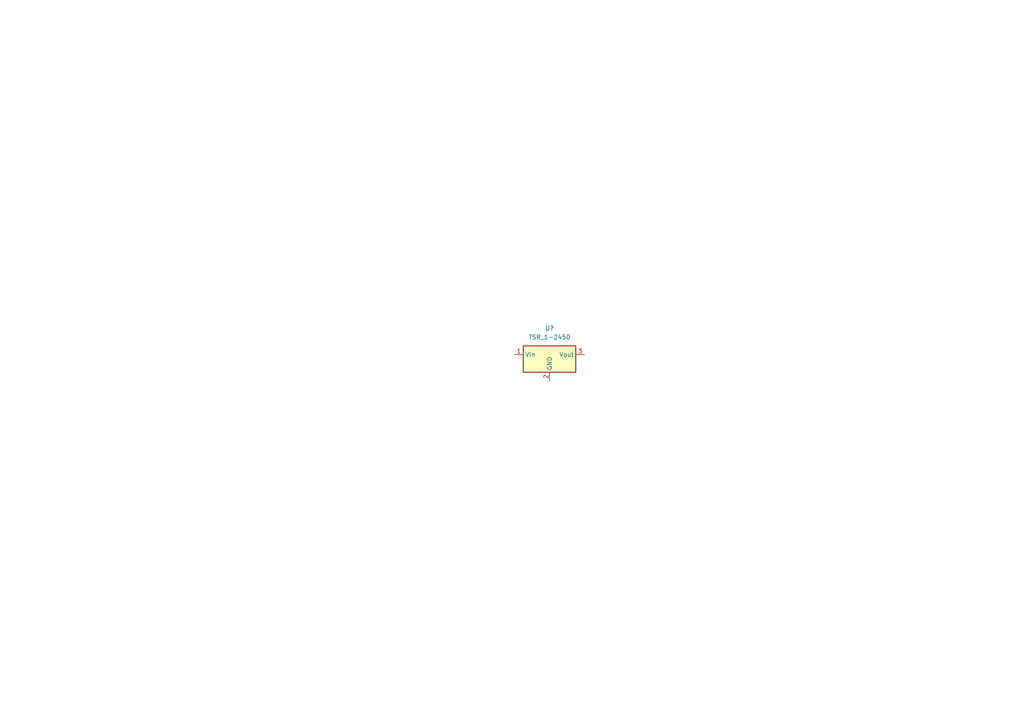
<source format=kicad_sch>
(kicad_sch (version 20211123) (generator eeschema)
  (paper "A4")
  (lib_symbols
    (symbol "Regulator_Switching:TSR_1-2450"
      (property "Reference" "U" (at -7.62 6.35 0))
      (property "Value" "TSR_1-2450" (at -1.27 6.35 0))
      (symbol "TSR_1-2450_0_1"
        (rectangle (start -7.62 5.08) (end 7.62 -2.54) (stroke (width 0.254)) (fill (type background)))
      )
      (symbol "TSR_1-2450_1_1"
        (pin power_in line (at -10.16 2.54 0) (length 2.54) (name "Vin") (number "1"))
        (pin power_in line (at 0 -5.08 90) (length 2.54) (name "GND") (number "2"))
        (pin power_out line (at 10.16 2.54 180) (length 2.54) (name "Vout") (number "3"))
      )
    )
  )
  (symbol (lib_id "Regulator_Switching:TSR_1-2450") (at 159.385 105.41 0) (unit 1)
    (property "Reference" "U?" (at 159.385 95.25 0))
    (property "Value" "TSR_1-2450" (at 159.385 97.79 0))
    (property "Footprint" "Converter_DCDC:Converter_DCDC_TRACO_TSR-1_THT" (effects hide))
    (property "Datasheet" "http://www.tracopower.com/products/tsr1.pdf" (effects hide))
  )
)
</source>
